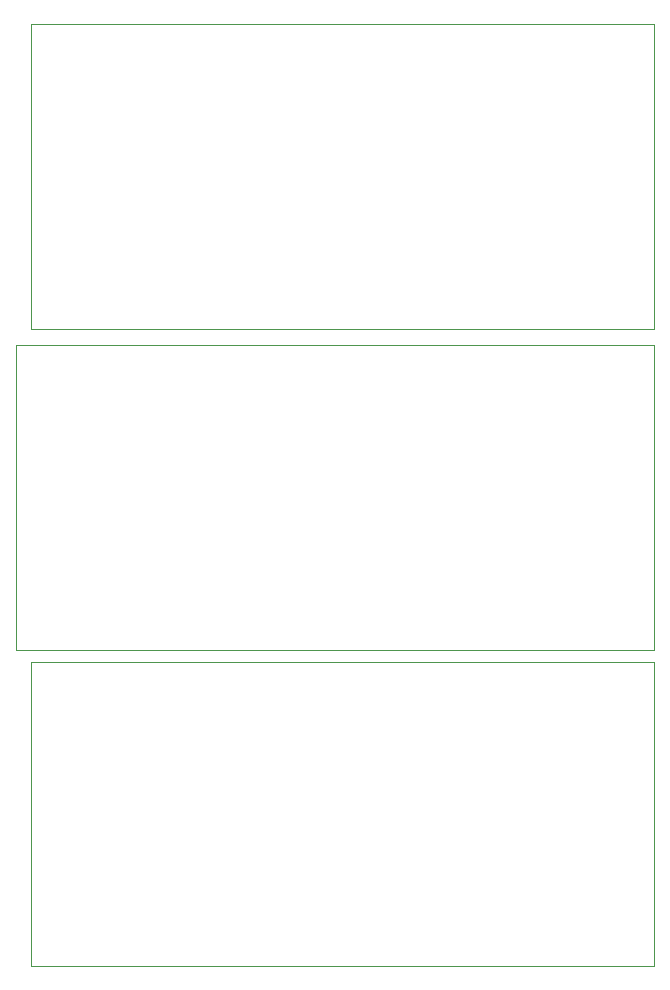
<source format=gbr>
%TF.GenerationSoftware,KiCad,Pcbnew,(5.1.6)-1*%
%TF.CreationDate,2022-05-26T21:55:08-04:00*%
%TF.ProjectId,sensor_v1,73656e73-6f72-45f7-9631-2e6b69636164,rev?*%
%TF.SameCoordinates,Original*%
%TF.FileFunction,Profile,NP*%
%FSLAX46Y46*%
G04 Gerber Fmt 4.6, Leading zero omitted, Abs format (unit mm)*
G04 Created by KiCad (PCBNEW (5.1.6)-1) date 2022-05-26 21:55:08*
%MOMM*%
%LPD*%
G01*
G04 APERTURE LIST*
%TA.AperFunction,Profile*%
%ADD10C,0.050000*%
%TD*%
G04 APERTURE END LIST*
D10*
X93726000Y-122936000D02*
X143002000Y-122936000D01*
X90297000Y-97155000D02*
X143002000Y-97155000D01*
X90297000Y-97155000D02*
X90297000Y-122936000D01*
X93726000Y-122936000D02*
X90297000Y-122936000D01*
X143002000Y-122936000D02*
X143002000Y-97155000D01*
X93726000Y-96139000D02*
X89027000Y-96139000D01*
X93726000Y-70358000D02*
X89027000Y-70358000D01*
X90297000Y-43180000D02*
X143002000Y-43180000D01*
X93726000Y-68961000D02*
X90297000Y-68961000D01*
X143002000Y-68961000D02*
X143002000Y-43180000D01*
X93726000Y-68961000D02*
X143002000Y-68961000D01*
X90297000Y-43180000D02*
X90297000Y-68961000D01*
X143002000Y-70358000D02*
X93726000Y-70358000D01*
X143002000Y-96139000D02*
X143002000Y-70358000D01*
X93726000Y-96139000D02*
X143002000Y-96139000D01*
X89027000Y-70358000D02*
X89027000Y-96139000D01*
M02*

</source>
